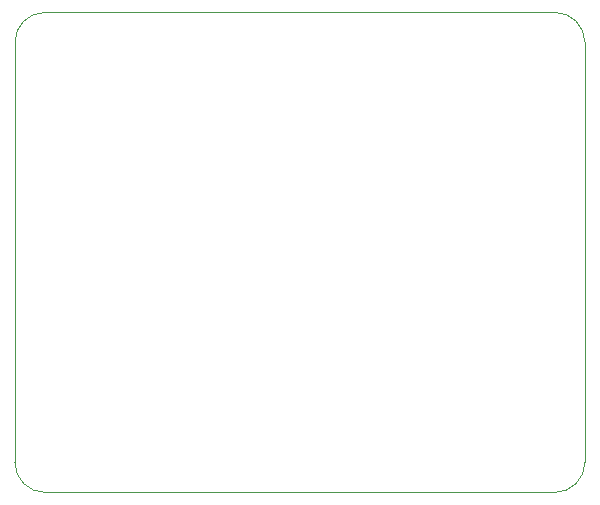
<source format=gbr>
G04 #@! TF.FileFunction,Profile,NP*
%FSLAX46Y46*%
G04 Gerber Fmt 4.6, Leading zero omitted, Abs format (unit mm)*
G04 Created by KiCad (PCBNEW (after 2015-may-25 BZR unknown)-product) date 9/14/2015 8:53:30 AM*
%MOMM*%
G01*
G04 APERTURE LIST*
%ADD10C,0.100000*%
G04 APERTURE END LIST*
D10*
X120650000Y-105410000D02*
X120650000Y-69850000D01*
X166370000Y-107950000D02*
X123190000Y-107950000D01*
X168910000Y-69850000D02*
X168910000Y-105410000D01*
X123190000Y-67310000D02*
X166370000Y-67310000D01*
X120650000Y-105410000D02*
G75*
G03X123190000Y-107950000I2540000J0D01*
G01*
X166370000Y-107950000D02*
G75*
G03X168910000Y-105410000I0J2540000D01*
G01*
X168910000Y-69850000D02*
G75*
G03X166370000Y-67310000I-2540000J0D01*
G01*
X123190000Y-67310000D02*
G75*
G03X120650000Y-69850000I0J-2540000D01*
G01*
M02*

</source>
